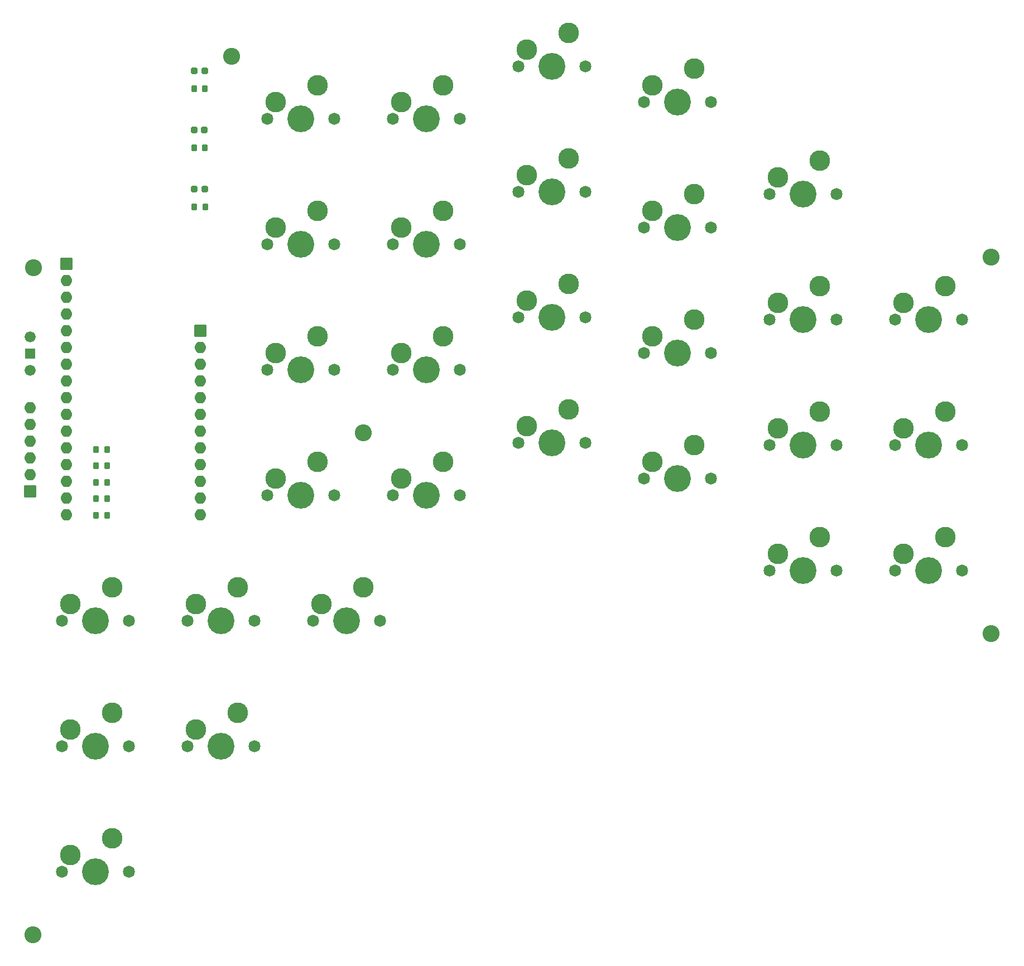
<source format=gts>
G04 #@! TF.GenerationSoftware,KiCad,Pcbnew,8.0.6-8.0.6-0~ubuntu24.04.1*
G04 #@! TF.CreationDate,2025-02-09T13:24:36-05:00*
G04 #@! TF.ProjectId,keybird_right,6b657962-6972-4645-9f72-696768742e6b,rev?*
G04 #@! TF.SameCoordinates,Original*
G04 #@! TF.FileFunction,Soldermask,Top*
G04 #@! TF.FilePolarity,Negative*
%FSLAX46Y46*%
G04 Gerber Fmt 4.6, Leading zero omitted, Abs format (unit mm)*
G04 Created by KiCad (PCBNEW 8.0.6-8.0.6-0~ubuntu24.04.1) date 2025-02-09 13:24:36*
%MOMM*%
%LPD*%
G01*
G04 APERTURE LIST*
G04 Aperture macros list*
%AMRoundRect*
0 Rectangle with rounded corners*
0 $1 Rounding radius*
0 $2 $3 $4 $5 $6 $7 $8 $9 X,Y pos of 4 corners*
0 Add a 4 corners polygon primitive as box body*
4,1,4,$2,$3,$4,$5,$6,$7,$8,$9,$2,$3,0*
0 Add four circle primitives for the rounded corners*
1,1,$1+$1,$2,$3*
1,1,$1+$1,$4,$5*
1,1,$1+$1,$6,$7*
1,1,$1+$1,$8,$9*
0 Add four rect primitives between the rounded corners*
20,1,$1+$1,$2,$3,$4,$5,0*
20,1,$1+$1,$4,$5,$6,$7,0*
20,1,$1+$1,$6,$7,$8,$9,0*
20,1,$1+$1,$8,$9,$2,$3,0*%
G04 Aperture macros list end*
%ADD10RoundRect,0.038000X-0.850000X-0.850000X0.850000X-0.850000X0.850000X0.850000X-0.850000X0.850000X0*%
%ADD11O,1.776000X1.776000*%
%ADD12C,1.826000*%
%ADD13C,3.126000*%
%ADD14C,4.076000*%
%ADD15RoundRect,0.219000X0.219000X0.294000X-0.219000X0.294000X-0.219000X-0.294000X0.219000X-0.294000X0*%
%ADD16RoundRect,0.237750X0.237750X0.275250X-0.237750X0.275250X-0.237750X-0.275250X0.237750X-0.275250X0*%
%ADD17C,2.576000*%
%ADD18RoundRect,0.038000X0.750000X-0.750000X0.750000X0.750000X-0.750000X0.750000X-0.750000X-0.750000X0*%
%ADD19C,1.676000*%
%ADD20RoundRect,0.038000X0.850000X0.850000X-0.850000X0.850000X-0.850000X-0.850000X0.850000X-0.850000X0*%
G04 APERTURE END LIST*
D10*
X129295000Y-85525000D03*
D11*
X129295000Y-88065000D03*
X129295000Y-90605000D03*
X129295000Y-93145000D03*
X129295000Y-95685000D03*
X129295000Y-98225000D03*
X129295000Y-100765000D03*
X129295000Y-103305000D03*
X129295000Y-105845000D03*
X129295000Y-108385000D03*
X129295000Y-110925000D03*
X129295000Y-113465000D03*
D10*
X109000000Y-75375000D03*
D11*
X109000000Y-77915000D03*
X109000000Y-80455000D03*
X109000000Y-82995000D03*
X109000000Y-85535000D03*
X109000000Y-88075000D03*
X109000000Y-90615000D03*
X109000000Y-93155000D03*
X109000000Y-95695000D03*
X109000000Y-98235000D03*
X109000000Y-100775000D03*
X109000000Y-103315000D03*
X109000000Y-105855000D03*
X109000000Y-108395000D03*
X109000000Y-110935000D03*
X109000000Y-113475000D03*
D12*
X234695050Y-102855000D03*
D13*
X235965050Y-100315000D03*
D14*
X239775050Y-102855000D03*
D13*
X242315050Y-97775000D03*
D12*
X244855050Y-102855000D03*
X139445050Y-91425000D03*
D13*
X140715050Y-88885000D03*
D14*
X144525050Y-91425000D03*
D13*
X147065050Y-86345000D03*
D12*
X149605050Y-91425000D03*
X215645050Y-83805000D03*
D13*
X216915050Y-81265000D03*
D14*
X220725050Y-83805000D03*
D13*
X223265050Y-78725000D03*
D12*
X225805050Y-83805000D03*
X139445050Y-110475000D03*
D13*
X140715050Y-107935000D03*
D14*
X144525050Y-110475000D03*
D13*
X147065050Y-105395000D03*
D12*
X149605050Y-110475000D03*
X146430050Y-129525000D03*
D13*
X147700050Y-126985000D03*
D14*
X151510050Y-129525000D03*
D13*
X154050050Y-124445000D03*
D12*
X156590050Y-129525000D03*
D15*
X130020000Y-66668000D03*
X128370000Y-66668000D03*
D16*
X129962500Y-63984000D03*
X128387500Y-63984000D03*
D12*
X177545050Y-83487500D03*
D13*
X178815050Y-80947500D03*
D14*
X182625050Y-83487500D03*
D13*
X185165050Y-78407500D03*
D12*
X187705050Y-83487500D03*
D16*
X129922500Y-55016000D03*
X128347500Y-55016000D03*
D12*
X158495050Y-110475000D03*
D13*
X159765050Y-107935000D03*
D14*
X163575050Y-110475000D03*
D13*
X166115050Y-105395000D03*
D12*
X168655050Y-110475000D03*
X196595050Y-107935000D03*
D13*
X197865050Y-105395000D03*
D14*
X201675050Y-107935000D03*
D13*
X204215050Y-102855000D03*
D12*
X206755050Y-107935000D03*
X158495050Y-72375000D03*
D13*
X159765050Y-69835000D03*
D14*
X163575050Y-72375000D03*
D13*
X166115050Y-67295000D03*
D12*
X168655050Y-72375000D03*
D15*
X115120000Y-108500000D03*
X113470000Y-108500000D03*
D12*
X196595050Y-88885000D03*
D13*
X197865050Y-86345000D03*
D14*
X201675050Y-88885000D03*
D13*
X204215050Y-83805000D03*
D12*
X206755050Y-88885000D03*
X177545050Y-45387500D03*
D13*
X178815050Y-42847500D03*
D14*
X182625050Y-45387500D03*
D13*
X185165050Y-40307500D03*
D12*
X187705050Y-45387500D03*
X139445050Y-72375000D03*
D13*
X140715050Y-69835000D03*
D14*
X144525050Y-72375000D03*
D13*
X147065050Y-67295000D03*
D12*
X149605050Y-72375000D03*
X215645050Y-64755000D03*
D13*
X216915050Y-62215000D03*
D14*
X220725050Y-64755000D03*
D13*
X223265050Y-59675000D03*
D12*
X225805050Y-64755000D03*
D15*
X129980000Y-57700000D03*
X128330000Y-57700000D03*
D12*
X234695050Y-83805000D03*
D13*
X235965050Y-81265000D03*
D14*
X239775050Y-83805000D03*
D13*
X242315050Y-78725000D03*
D12*
X244855050Y-83805000D03*
X127380050Y-148575000D03*
D13*
X128650050Y-146035000D03*
D14*
X132460050Y-148575000D03*
D13*
X135000050Y-143495000D03*
D12*
X137540050Y-148575000D03*
X215645050Y-121905000D03*
D13*
X216915050Y-119365000D03*
D14*
X220725050Y-121905000D03*
D13*
X223265050Y-116825000D03*
D12*
X225805050Y-121905000D03*
X234695050Y-121905000D03*
D13*
X235965050Y-119365000D03*
D14*
X239775050Y-121905000D03*
D13*
X242315050Y-116825000D03*
D12*
X244855050Y-121905000D03*
D16*
X129942500Y-46048000D03*
X128367500Y-46048000D03*
D12*
X127380050Y-129525000D03*
D13*
X128650050Y-126985000D03*
D14*
X132460050Y-129525000D03*
D13*
X135000050Y-124445000D03*
D12*
X137540050Y-129525000D03*
D15*
X115120000Y-106000000D03*
X113470000Y-106000000D03*
D12*
X177545050Y-64437500D03*
D13*
X178815050Y-61897500D03*
D14*
X182625050Y-64437500D03*
D13*
X185165050Y-59357500D03*
D12*
X187705050Y-64437500D03*
X158495050Y-91425000D03*
D13*
X159765050Y-88885000D03*
D14*
X163575050Y-91425000D03*
D13*
X166115050Y-86345000D03*
D12*
X168655050Y-91425000D03*
X196595050Y-69835000D03*
D13*
X197865050Y-67295000D03*
D14*
X201675050Y-69835000D03*
D13*
X204215050Y-64755000D03*
D12*
X206755050Y-69835000D03*
X196595050Y-50785000D03*
D13*
X197865050Y-48245000D03*
D14*
X201675050Y-50785000D03*
D13*
X204215050Y-45705000D03*
D12*
X206755050Y-50785000D03*
D15*
X115120000Y-111000000D03*
X113470000Y-111000000D03*
D12*
X108330050Y-148575000D03*
D13*
X109600050Y-146035000D03*
D14*
X113410050Y-148575000D03*
D13*
X115950050Y-143495000D03*
D12*
X118490050Y-148575000D03*
X108330050Y-129525000D03*
D13*
X109600050Y-126985000D03*
D14*
X113410050Y-129525000D03*
D13*
X115950050Y-124445000D03*
D12*
X118490050Y-129525000D03*
D15*
X130000000Y-48732000D03*
X128350000Y-48732000D03*
D12*
X158495000Y-53325000D03*
D13*
X159765000Y-50785000D03*
D14*
X163575000Y-53325000D03*
D13*
X166115000Y-48245000D03*
D12*
X168655000Y-53325000D03*
D15*
X115120000Y-113500000D03*
X113470000Y-113500000D03*
D12*
X177545050Y-102537500D03*
D13*
X178815050Y-99997500D03*
D14*
X182625050Y-102537500D03*
D13*
X185165050Y-97457500D03*
D12*
X187705050Y-102537500D03*
X139445000Y-53325000D03*
D13*
X140715000Y-50785000D03*
D14*
X144525000Y-53325000D03*
D13*
X147065000Y-48245000D03*
D12*
X149605000Y-53325000D03*
X108330050Y-167625000D03*
D13*
X109600050Y-165085000D03*
D14*
X113410050Y-167625000D03*
D13*
X115950050Y-162545000D03*
D12*
X118490050Y-167625000D03*
D15*
X115120000Y-103500000D03*
X113470000Y-103500000D03*
D12*
X215645050Y-102855000D03*
D13*
X216915050Y-100315000D03*
D14*
X220725050Y-102855000D03*
D13*
X223265050Y-97775000D03*
D12*
X225805050Y-102855000D03*
D17*
X154050050Y-100950000D03*
X249300000Y-131430000D03*
X249300000Y-74280000D03*
D18*
X103500000Y-88960000D03*
D19*
X103500000Y-91500000D03*
X103500000Y-86420000D03*
D17*
X134000000Y-43800000D03*
D20*
X103500000Y-109850000D03*
D11*
X103500000Y-107310000D03*
X103500000Y-104770000D03*
X103500000Y-102230000D03*
X103500000Y-99690000D03*
X103500000Y-97150000D03*
D17*
X103885000Y-177150000D03*
X103940083Y-75962305D03*
M02*

</source>
